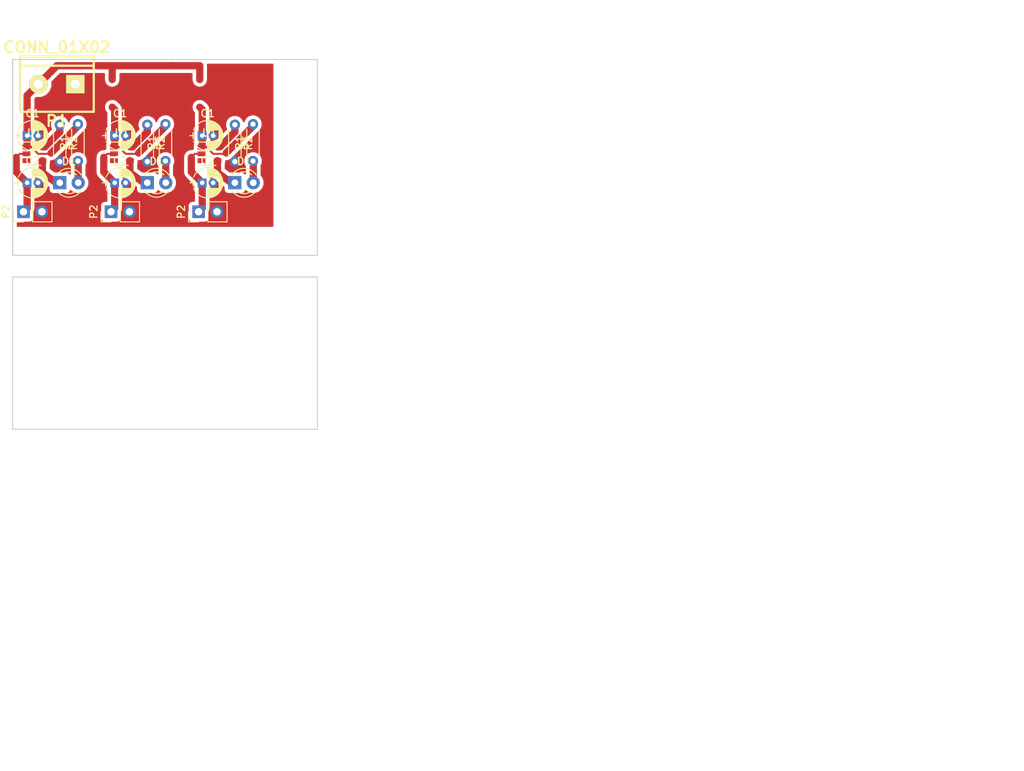
<source format=kicad_pcb>
(kicad_pcb (version 4) (host pcbnew 4.0.5-e0-6337~49~ubuntu16.04.1)
  (layers (0 F.Cu signal) (31 B.Cu signal) (34 B.Paste user) (35 F.Paste user) (36 B.SilkS user) (37 F.SilkS user) (38 B.Mask user) (39 F.Mask user) (44 Edge.Cuts user))
  (net 0 "")
  (net 1 +5V)
  (net 2 GND)
  (net 3 "Net-(C2-Pad1)")
  (net 4 "Net-(D1-Pad1)")
  (net 5 "Net-(R2-Pad1)")
  (net 6 "Net-(D1-Pad2)")
  (module Pin_Headers:Pin_Header_Straight_1x02_Pitch2.54mm (layer F.Cu) (at 97.63 43 90)
    (fp_text reference P2 (at 0 -2.39 90) (layer F.SilkS))
    (fp_text value CONN_01X02)
    (pad 1 thru_hole rect (at 0 0 90) (size 1.7 1.7) (drill 1) (layers *.Cu *.Mask) (net 3 "Net-(C2-Pad1)"))
    (pad 2 thru_hole oval (at 0 2.54 90) (size 1.7 1.7) (drill 1) (layers *.Cu *.Mask) (net 2 GND))
  )
  (module LEDs:LED_D3.0mm (layer F.Cu) (at 102.63 39)
    (fp_text reference D1 (at 1.27 -2.96) (layer F.SilkS))
    (fp_text value LED)
    (pad 1 thru_hole rect (at 0 0) (size 1.8 1.8) (drill 0.9) (layers *.Cu *.Mask) (net 4 "Net-(D1-Pad1)"))
    (pad 2 thru_hole circle (at 2.54 0) (size 1.8 1.8) (drill 0.9) (layers *.Cu *.Mask) (net 6 "Net-(D1-Pad2)"))
  )
  (module Resistors_ThroughHole:R_Axial_DIN0204_L3.6mm_D1.6mm_P5.08mm_Horizontal (layer F.Cu) (at 102.63 31 270)
    (fp_text reference R2 (at 2.54 -1.86 270) (layer F.SilkS))
    (fp_text value 10k)
    (pad 1 thru_hole circle (at 0 0 270) (size 1.4 1.4) (drill 0.7) (layers *.Cu *.Mask) (net 5 "Net-(R2-Pad1)"))
    (pad 2 thru_hole oval (at 5.08 0 270) (size 1.4 1.4) (drill 0.7) (layers *.Cu *.Mask) (net 2 GND))
  )
  (module Resistors_ThroughHole:R_Axial_DIN0204_L3.6mm_D1.6mm_P5.08mm_Horizontal (layer F.Cu) (at 105.13 36 90)
    (fp_text reference R1 (at 2.54 -1.86 90) (layer F.SilkS))
    (fp_text value 220R)
    (pad 1 thru_hole circle (at 0 0 90) (size 1.4 1.4) (drill 0.7) (layers *.Cu *.Mask) (net 6 "Net-(D1-Pad2)"))
    (pad 2 thru_hole oval (at 5.08 0 90) (size 1.4 1.4) (drill 0.7) (layers *.Cu *.Mask) (net 1 +5V))
  )
  (module Capacitors_THT:CP_Radial_D4.0mm_P1.50mm (layer F.Cu) (at 98.13 39)
    (fp_text reference C2 (at 0.75 -3.06) (layer F.SilkS))
    (fp_text value 4.7uF)
    (pad 1 thru_hole rect (at 0 0) (size 1.2 1.2) (drill 0.6) (layers *.Cu *.Mask) (net 3 "Net-(C2-Pad1)"))
    (pad 2 thru_hole circle (at 1.5 0) (size 1.2 1.2) (drill 0.6) (layers *.Cu *.Mask) (net 2 GND))
  )
  (module Capacitors_THT:CP_Radial_D4.0mm_P1.50mm (layer F.Cu) (at 98.13 32.5)
    (fp_text reference C1 (at 0.75 -3.06) (layer F.SilkS))
    (fp_text value 4.7uF)
    (pad 1 thru_hole rect (at 0 0) (size 1.2 1.2) (drill 0.6) (layers *.Cu *.Mask) (net 1 +5V))
    (pad 2 thru_hole circle (at 1.5 0) (size 1.2 1.2) (drill 0.6) (layers *.Cu *.Mask) (net 2 GND))
  )
  (module TO_SOT_Packages_SMD:SOT-23-5 (layer F.Cu) (at 99.13 35)
    (fp_text reference U1 (at 0 -2.9) (layer F.SilkS))
    (fp_text value MCP73831)
    (pad 1 smd rect (at -1.1 -0.95) (size 1.06 0.65) (layers F.Cu F.Paste F.Mask) (net 1 +5V))
    (pad 2 smd rect (at -1.1 0) (size 1.06 0.65) (layers F.Cu F.Paste F.Mask) (net 3 "Net-(C2-Pad1)"))
    (pad 3 smd rect (at -1.1 0.95) (size 1.06 0.65) (layers F.Cu F.Paste F.Mask) (net 2 GND))
    (pad 4 smd rect (at 1.1 0.95) (size 1.06 0.65) (layers F.Cu F.Paste F.Mask) (net 4 "Net-(D1-Pad1)"))
    (pad 5 smd rect (at 1.1 -0.95) (size 1.06 0.65) (layers F.Cu F.Paste F.Mask) (net 5 "Net-(R2-Pad1)"))
  )
  (module TO_SOT_Packages_SMD:SOT-23-5 (layer F.Cu) (at 99.13 35)
    (fp_text reference U1 (at 0 -2.9) (layer F.SilkS))
    (fp_text value MCP73831)
    (pad 1 smd rect (at -1.1 -0.95) (size 1.06 0.65) (layers F.Cu F.Paste F.Mask) (net 1 +5V))
    (pad 2 smd rect (at -1.1 0) (size 1.06 0.65) (layers F.Cu F.Paste F.Mask) (net 3 "Net-(C2-Pad1)"))
    (pad 3 smd rect (at -1.1 0.95) (size 1.06 0.65) (layers F.Cu F.Paste F.Mask) (net 2 GND))
    (pad 4 smd rect (at 1.1 0.95) (size 1.06 0.65) (layers F.Cu F.Paste F.Mask) (net 4 "Net-(D1-Pad1)"))
    (pad 5 smd rect (at 1.1 -0.95) (size 1.06 0.65) (layers F.Cu F.Paste F.Mask) (net 5 "Net-(R2-Pad1)"))
  )
  (module Capacitors_THT:CP_Radial_D4.0mm_P1.50mm (layer F.Cu) (at 98.13 32.5)
    (fp_text reference C1 (at 0.75 -3.06) (layer F.SilkS))
    (fp_text value 4.7uF)
    (pad 1 thru_hole rect (at 0 0) (size 1.2 1.2) (drill 0.6) (layers *.Cu *.Mask) (net 1 +5V))
    (pad 2 thru_hole circle (at 1.5 0) (size 1.2 1.2) (drill 0.6) (layers *.Cu *.Mask) (net 2 GND))
  )
  (module Capacitors_THT:CP_Radial_D4.0mm_P1.50mm (layer F.Cu) (at 98.13 39)
    (fp_text reference C2 (at 0.75 -3.06) (layer F.SilkS))
    (fp_text value 4.7uF)
    (pad 1 thru_hole rect (at 0 0) (size 1.2 1.2) (drill 0.6) (layers *.Cu *.Mask) (net 3 "Net-(C2-Pad1)"))
    (pad 2 thru_hole circle (at 1.5 0) (size 1.2 1.2) (drill 0.6) (layers *.Cu *.Mask) (net 2 GND))
  )
  (module Resistors_ThroughHole:R_Axial_DIN0204_L3.6mm_D1.6mm_P5.08mm_Horizontal (layer F.Cu) (at 105.13 36 90)
    (fp_text reference R1 (at 2.54 -1.86 90) (layer F.SilkS))
    (fp_text value 220R)
    (pad 1 thru_hole circle (at 0 0 90) (size 1.4 1.4) (drill 0.7) (layers *.Cu *.Mask) (net 6 "Net-(D1-Pad2)"))
    (pad 2 thru_hole oval (at 5.08 0 90) (size 1.4 1.4) (drill 0.7) (layers *.Cu *.Mask) (net 1 +5V))
  )
  (module Resistors_ThroughHole:R_Axial_DIN0204_L3.6mm_D1.6mm_P5.08mm_Horizontal (layer F.Cu) (at 102.63 31 270)
    (fp_text reference R2 (at 2.54 -1.86 270) (layer F.SilkS))
    (fp_text value 10k)
    (pad 1 thru_hole circle (at 0 0 270) (size 1.4 1.4) (drill 0.7) (layers *.Cu *.Mask) (net 5 "Net-(R2-Pad1)"))
    (pad 2 thru_hole oval (at 5.08 0 270) (size 1.4 1.4) (drill 0.7) (layers *.Cu *.Mask) (net 2 GND))
  )
  (module LEDs:LED_D3.0mm (layer F.Cu) (at 102.63 39)
    (fp_text reference D1 (at 1.27 -2.96) (layer F.SilkS))
    (fp_text value LED)
    (pad 1 thru_hole rect (at 0 0) (size 1.8 1.8) (drill 0.9) (layers *.Cu *.Mask) (net 4 "Net-(D1-Pad1)"))
    (pad 2 thru_hole circle (at 2.54 0) (size 1.8 1.8) (drill 0.9) (layers *.Cu *.Mask) (net 6 "Net-(D1-Pad2)"))
  )
  (module Pin_Headers:Pin_Header_Straight_1x02_Pitch2.54mm (layer F.Cu) (at 97.63 43 90)
    (fp_text reference P2 (at 0 -2.39 90) (layer F.SilkS))
    (fp_text value CONN_01X02)
    (pad 1 thru_hole rect (at 0 0 90) (size 1.7 1.7) (drill 1) (layers *.Cu *.Mask) (net 3 "Net-(C2-Pad1)"))
    (pad 2 thru_hole oval (at 0 2.54 90) (size 1.7 1.7) (drill 1) (layers *.Cu *.Mask) (net 2 GND))
  )
  (module Pin_Headers:Pin_Header_Straight_1x02_Pitch2.54mm (layer F.Cu) (at 85.565 43 90)
    (fp_text reference P2 (at 0 -2.39 90) (layer F.SilkS))
    (fp_text value CONN_01X02)
    (pad 1 thru_hole rect (at 0 0 90) (size 1.7 1.7) (drill 1) (layers *.Cu *.Mask) (net 3 "Net-(C2-Pad1)"))
    (pad 2 thru_hole oval (at 0 2.54 90) (size 1.7 1.7) (drill 1) (layers *.Cu *.Mask) (net 2 GND))
  )
  (module LEDs:LED_D3.0mm (layer F.Cu) (at 90.565 39)
    (fp_text reference D1 (at 1.27 -2.96) (layer F.SilkS))
    (fp_text value LED)
    (pad 1 thru_hole rect (at 0 0) (size 1.8 1.8) (drill 0.9) (layers *.Cu *.Mask) (net 4 "Net-(D1-Pad1)"))
    (pad 2 thru_hole circle (at 2.54 0) (size 1.8 1.8) (drill 0.9) (layers *.Cu *.Mask) (net 6 "Net-(D1-Pad2)"))
  )
  (module Resistors_ThroughHole:R_Axial_DIN0204_L3.6mm_D1.6mm_P5.08mm_Horizontal (layer F.Cu) (at 90.565 31 270)
    (fp_text reference R2 (at 2.54 -1.86 270) (layer F.SilkS))
    (fp_text value 10k)
    (pad 1 thru_hole circle (at 0 0 270) (size 1.4 1.4) (drill 0.7) (layers *.Cu *.Mask) (net 5 "Net-(R2-Pad1)"))
    (pad 2 thru_hole oval (at 5.08 0 270) (size 1.4 1.4) (drill 0.7) (layers *.Cu *.Mask) (net 2 GND))
  )
  (module Resistors_ThroughHole:R_Axial_DIN0204_L3.6mm_D1.6mm_P5.08mm_Horizontal (layer F.Cu) (at 93.065 36 90)
    (fp_text reference R1 (at 2.54 -1.86 90) (layer F.SilkS))
    (fp_text value 220R)
    (pad 1 thru_hole circle (at 0 0 90) (size 1.4 1.4) (drill 0.7) (layers *.Cu *.Mask) (net 6 "Net-(D1-Pad2)"))
    (pad 2 thru_hole oval (at 5.08 0 90) (size 1.4 1.4) (drill 0.7) (layers *.Cu *.Mask) (net 1 +5V))
  )
  (module Capacitors_THT:CP_Radial_D4.0mm_P1.50mm (layer F.Cu) (at 86.065 39)
    (fp_text reference C2 (at 0.75 -3.06) (layer F.SilkS))
    (fp_text value 4.7uF)
    (pad 1 thru_hole rect (at 0 0) (size 1.2 1.2) (drill 0.6) (layers *.Cu *.Mask) (net 3 "Net-(C2-Pad1)"))
    (pad 2 thru_hole circle (at 1.5 0) (size 1.2 1.2) (drill 0.6) (layers *.Cu *.Mask) (net 2 GND))
  )
  (module Capacitors_THT:CP_Radial_D4.0mm_P1.50mm (layer F.Cu) (at 86.065 32.5)
    (fp_text reference C1 (at 0.75 -3.06) (layer F.SilkS))
    (fp_text value 4.7uF)
    (pad 1 thru_hole rect (at 0 0) (size 1.2 1.2) (drill 0.6) (layers *.Cu *.Mask) (net 1 +5V))
    (pad 2 thru_hole circle (at 1.5 0) (size 1.2 1.2) (drill 0.6) (layers *.Cu *.Mask) (net 2 GND))
  )
  (module TO_SOT_Packages_SMD:SOT-23-5 (layer F.Cu) (at 87.065 35)
    (fp_text reference U1 (at 0 -2.9) (layer F.SilkS))
    (fp_text value MCP73831)
    (pad 1 smd rect (at -1.1 -0.95) (size 1.06 0.65) (layers F.Cu F.Paste F.Mask) (net 1 +5V))
    (pad 2 smd rect (at -1.1 0) (size 1.06 0.65) (layers F.Cu F.Paste F.Mask) (net 3 "Net-(C2-Pad1)"))
    (pad 3 smd rect (at -1.1 0.95) (size 1.06 0.65) (layers F.Cu F.Paste F.Mask) (net 2 GND))
    (pad 4 smd rect (at 1.1 0.95) (size 1.06 0.65) (layers F.Cu F.Paste F.Mask) (net 4 "Net-(D1-Pad1)"))
    (pad 5 smd rect (at 1.1 -0.95) (size 1.06 0.65) (layers F.Cu F.Paste F.Mask) (net 5 "Net-(R2-Pad1)"))
  )
  (module TO_SOT_Packages_SMD:SOT-23-5 (layer F.Cu) (at 87.065 35)
    (fp_text reference U1 (at 0 -2.9) (layer F.SilkS))
    (fp_text value MCP73831)
    (pad 1 smd rect (at -1.1 -0.95) (size 1.06 0.65) (layers F.Cu F.Paste F.Mask) (net 1 +5V))
    (pad 2 smd rect (at -1.1 0) (size 1.06 0.65) (layers F.Cu F.Paste F.Mask) (net 3 "Net-(C2-Pad1)"))
    (pad 3 smd rect (at -1.1 0.95) (size 1.06 0.65) (layers F.Cu F.Paste F.Mask) (net 2 GND))
    (pad 4 smd rect (at 1.1 0.95) (size 1.06 0.65) (layers F.Cu F.Paste F.Mask) (net 4 "Net-(D1-Pad1)"))
    (pad 5 smd rect (at 1.1 -0.95) (size 1.06 0.65) (layers F.Cu F.Paste F.Mask) (net 5 "Net-(R2-Pad1)"))
  )
  (module Capacitors_THT:CP_Radial_D4.0mm_P1.50mm (layer F.Cu) (at 86.065 32.5)
    (fp_text reference C1 (at 0.75 -3.06) (layer F.SilkS))
    (fp_text value 4.7uF)
    (pad 1 thru_hole rect (at 0 0) (size 1.2 1.2) (drill 0.6) (layers *.Cu *.Mask) (net 1 +5V))
    (pad 2 thru_hole circle (at 1.5 0) (size 1.2 1.2) (drill 0.6) (layers *.Cu *.Mask) (net 2 GND))
  )
  (module Capacitors_THT:CP_Radial_D4.0mm_P1.50mm (layer F.Cu) (at 86.065 39)
    (fp_text reference C2 (at 0.75 -3.06) (layer F.SilkS))
    (fp_text value 4.7uF)
    (pad 1 thru_hole rect (at 0 0) (size 1.2 1.2) (drill 0.6) (layers *.Cu *.Mask) (net 3 "Net-(C2-Pad1)"))
    (pad 2 thru_hole circle (at 1.5 0) (size 1.2 1.2) (drill 0.6) (layers *.Cu *.Mask) (net 2 GND))
  )
  (module Resistors_ThroughHole:R_Axial_DIN0204_L3.6mm_D1.6mm_P5.08mm_Horizontal (layer F.Cu) (at 93.065 36 90)
    (fp_text reference R1 (at 2.54 -1.86 90) (layer F.SilkS))
    (fp_text value 220R)
    (pad 1 thru_hole circle (at 0 0 90) (size 1.4 1.4) (drill 0.7) (layers *.Cu *.Mask) (net 6 "Net-(D1-Pad2)"))
    (pad 2 thru_hole oval (at 5.08 0 90) (size 1.4 1.4) (drill 0.7) (layers *.Cu *.Mask) (net 1 +5V))
  )
  (module Resistors_ThroughHole:R_Axial_DIN0204_L3.6mm_D1.6mm_P5.08mm_Horizontal (layer F.Cu) (at 90.565 31 270)
    (fp_text reference R2 (at 2.54 -1.86 270) (layer F.SilkS))
    (fp_text value 10k)
    (pad 1 thru_hole circle (at 0 0 270) (size 1.4 1.4) (drill 0.7) (layers *.Cu *.Mask) (net 5 "Net-(R2-Pad1)"))
    (pad 2 thru_hole oval (at 5.08 0 270) (size 1.4 1.4) (drill 0.7) (layers *.Cu *.Mask) (net 2 GND))
  )
  (module LEDs:LED_D3.0mm (layer F.Cu) (at 90.565 39)
    (fp_text reference D1 (at 1.27 -2.96) (layer F.SilkS))
    (fp_text value LED)
    (pad 1 thru_hole rect (at 0 0) (size 1.8 1.8) (drill 0.9) (layers *.Cu *.Mask) (net 4 "Net-(D1-Pad1)"))
    (pad 2 thru_hole circle (at 2.54 0) (size 1.8 1.8) (drill 0.9) (layers *.Cu *.Mask) (net 6 "Net-(D1-Pad2)"))
  )
  (module Pin_Headers:Pin_Header_Straight_1x02_Pitch2.54mm (layer F.Cu) (at 85.565 43 90)
    (fp_text reference P2 (at 0 -2.39 90) (layer F.SilkS))
    (fp_text value CONN_01X02)
    (pad 1 thru_hole rect (at 0 0 90) (size 1.7 1.7) (drill 1) (layers *.Cu *.Mask) (net 3 "Net-(C2-Pad1)"))
    (pad 2 thru_hole oval (at 0 2.54 90) (size 1.7 1.7) (drill 1) (layers *.Cu *.Mask) (net 2 GND))
  )
  (module Pin_Headers:Pin_Header_Straight_1x02_Pitch2.54mm (layer F.Cu) (at 73.5 43 90)
    (fp_text reference P2 (at 0 -2.39 90) (layer F.SilkS))
    (fp_text value CONN_01X02)
    (pad 1 thru_hole rect (at 0 0 90) (size 1.7 1.7) (drill 1) (layers *.Cu *.Mask) (net 3 "Net-(C2-Pad1)"))
    (pad 2 thru_hole oval (at 0 2.54 90) (size 1.7 1.7) (drill 1) (layers *.Cu *.Mask) (net 2 GND))
  )
  (module LEDs:LED_D3.0mm (layer F.Cu) (at 78.5 39)
    (fp_text reference D1 (at 1.27 -2.96) (layer F.SilkS))
    (fp_text value LED)
    (pad 1 thru_hole rect (at 0 0) (size 1.8 1.8) (drill 0.9) (layers *.Cu *.Mask) (net 4 "Net-(D1-Pad1)"))
    (pad 2 thru_hole circle (at 2.54 0) (size 1.8 1.8) (drill 0.9) (layers *.Cu *.Mask) (net 6 "Net-(D1-Pad2)"))
  )
  (module Resistors_ThroughHole:R_Axial_DIN0204_L3.6mm_D1.6mm_P5.08mm_Horizontal (layer F.Cu) (at 78.5 31 270)
    (fp_text reference R2 (at 2.54 -1.86 270) (layer F.SilkS))
    (fp_text value 10k)
    (pad 1 thru_hole circle (at 0 0 270) (size 1.4 1.4) (drill 0.7) (layers *.Cu *.Mask) (net 5 "Net-(R2-Pad1)"))
    (pad 2 thru_hole oval (at 5.08 0 270) (size 1.4 1.4) (drill 0.7) (layers *.Cu *.Mask) (net 2 GND))
  )
  (module Resistors_ThroughHole:R_Axial_DIN0204_L3.6mm_D1.6mm_P5.08mm_Horizontal (layer F.Cu) (at 81 36 90)
    (fp_text reference R1 (at 2.54 -1.86 90) (layer F.SilkS))
    (fp_text value 220R)
    (pad 1 thru_hole circle (at 0 0 90) (size 1.4 1.4) (drill 0.7) (layers *.Cu *.Mask) (net 6 "Net-(D1-Pad2)"))
    (pad 2 thru_hole oval (at 5.08 0 90) (size 1.4 1.4) (drill 0.7) (layers *.Cu *.Mask) (net 1 +5V))
  )
  (module Capacitors_THT:CP_Radial_D4.0mm_P1.50mm (layer F.Cu) (at 74 39)
    (fp_text reference C2 (at 0.75 -3.06) (layer F.SilkS))
    (fp_text value 4.7uF)
    (pad 1 thru_hole rect (at 0 0) (size 1.2 1.2) (drill 0.6) (layers *.Cu *.Mask) (net 3 "Net-(C2-Pad1)"))
    (pad 2 thru_hole circle (at 1.5 0) (size 1.2 1.2) (drill 0.6) (layers *.Cu *.Mask) (net 2 GND))
  )
  (module Capacitors_THT:CP_Radial_D4.0mm_P1.50mm (layer F.Cu) (at 74 32.5)
    (fp_text reference C1 (at 0.75 -3.06) (layer F.SilkS))
    (fp_text value 4.7uF)
    (pad 1 thru_hole rect (at 0 0) (size 1.2 1.2) (drill 0.6) (layers *.Cu *.Mask) (net 1 +5V))
    (pad 2 thru_hole circle (at 1.5 0) (size 1.2 1.2) (drill 0.6) (layers *.Cu *.Mask) (net 2 GND))
  )
  (module TO_SOT_Packages_SMD:SOT-23-5 (layer F.Cu) (at 75 35)
    (fp_text reference U1 (at 0 -2.9) (layer F.SilkS))
    (fp_text value MCP73831)
    (pad 1 smd rect (at -1.1 -0.95) (size 1.06 0.65) (layers F.Cu F.Paste F.Mask) (net 1 +5V))
    (pad 2 smd rect (at -1.1 0) (size 1.06 0.65) (layers F.Cu F.Paste F.Mask) (net 3 "Net-(C2-Pad1)"))
    (pad 3 smd rect (at -1.1 0.95) (size 1.06 0.65) (layers F.Cu F.Paste F.Mask) (net 2 GND))
    (pad 4 smd rect (at 1.1 0.95) (size 1.06 0.65) (layers F.Cu F.Paste F.Mask) (net 4 "Net-(D1-Pad1)"))
    (pad 5 smd rect (at 1.1 -0.95) (size 1.06 0.65) (layers F.Cu F.Paste F.Mask) (net 5 "Net-(R2-Pad1)"))
  )
  (module TO_SOT_Packages_SMD:SOT-23-5 (layer F.Cu) (at 75 35)
    (fp_text reference U1 (at 0 -2.9) (layer F.SilkS))
    (fp_text value MCP73831)
    (pad 1 smd rect (at -1.1 -0.95) (size 1.06 0.65) (layers F.Cu F.Paste F.Mask) (net 1 +5V))
    (pad 2 smd rect (at -1.1 0) (size 1.06 0.65) (layers F.Cu F.Paste F.Mask) (net 3 "Net-(C2-Pad1)"))
    (pad 3 smd rect (at -1.1 0.95) (size 1.06 0.65) (layers F.Cu F.Paste F.Mask) (net 2 GND))
    (pad 4 smd rect (at 1.1 0.95) (size 1.06 0.65) (layers F.Cu F.Paste F.Mask) (net 4 "Net-(D1-Pad1)"))
    (pad 5 smd rect (at 1.1 -0.95) (size 1.06 0.65) (layers F.Cu F.Paste F.Mask) (net 5 "Net-(R2-Pad1)"))
  )
  (module Capacitors_THT:CP_Radial_D4.0mm_P1.50mm (layer F.Cu) (at 74 32.5)
    (fp_text reference C1 (at 0.75 -3.06) (layer F.SilkS))
    (fp_text value 4.7uF)
    (pad 1 thru_hole rect (at 0 0) (size 1.2 1.2) (drill 0.6) (layers *.Cu *.Mask) (net 1 +5V))
    (pad 2 thru_hole circle (at 1.5 0) (size 1.2 1.2) (drill 0.6) (layers *.Cu *.Mask) (net 2 GND))
  )
  (module Capacitors_THT:CP_Radial_D4.0mm_P1.50mm (layer F.Cu) (at 74 39)
    (fp_text reference C2 (at 0.75 -3.06) (layer F.SilkS))
    (fp_text value 4.7uF)
    (pad 1 thru_hole rect (at 0 0) (size 1.2 1.2) (drill 0.6) (layers *.Cu *.Mask) (net 3 "Net-(C2-Pad1)"))
    (pad 2 thru_hole circle (at 1.5 0) (size 1.2 1.2) (drill 0.6) (layers *.Cu *.Mask) (net 2 GND))
  )
  (module borniers:bornier2_V (layer F.Cu) (at 78.105 25.4 180)
    (fp_text reference P1 (at 0 -5.08 180) (layer F.SilkS) (effects (font (thickness 0.3048))))
    (fp_text value CONN_01X02 (at 0 5.08 180) (layer F.SilkS) (effects (font (thickness 0.3048))))
    (pad 1 thru_hole rect (at -2.54 0 180) (size 2.54 2.54) (drill 1.22428) (layers *.Cu *.Mask F.SilkS) (net 2 GND))
    (pad 2 thru_hole circle (at 2.54 0 180) (size 2.54 2.54) (drill 1.22428) (layers *.Cu *.Mask F.SilkS) (net 1 +5V))
  )
  (module Resistors_ThroughHole:R_Axial_DIN0204_L3.6mm_D1.6mm_P5.08mm_Horizontal (layer F.Cu) (at 81 36 90)
    (fp_text reference R1 (at 2.54 -1.86 90) (layer F.SilkS))
    (fp_text value 220R)
    (pad 1 thru_hole circle (at 0 0 90) (size 1.4 1.4) (drill 0.7) (layers *.Cu *.Mask) (net 6 "Net-(D1-Pad2)"))
    (pad 2 thru_hole oval (at 5.08 0 90) (size 1.4 1.4) (drill 0.7) (layers *.Cu *.Mask) (net 1 +5V))
  )
  (module Resistors_ThroughHole:R_Axial_DIN0204_L3.6mm_D1.6mm_P5.08mm_Horizontal (layer F.Cu) (at 78.5 31 270)
    (fp_text reference R2 (at 2.54 -1.86 270) (layer F.SilkS))
    (fp_text value 10k)
    (pad 1 thru_hole circle (at 0 0 270) (size 1.4 1.4) (drill 0.7) (layers *.Cu *.Mask) (net 5 "Net-(R2-Pad1)"))
    (pad 2 thru_hole oval (at 5.08 0 270) (size 1.4 1.4) (drill 0.7) (layers *.Cu *.Mask) (net 2 GND))
  )
  (module LEDs:LED_D3.0mm (layer F.Cu) (at 78.5 39)
    (fp_text reference D1 (at 1.27 -2.96) (layer F.SilkS))
    (fp_text value LED)
    (pad 1 thru_hole rect (at 0 0) (size 1.8 1.8) (drill 0.9) (layers *.Cu *.Mask) (net 4 "Net-(D1-Pad1)"))
    (pad 2 thru_hole circle (at 2.54 0) (size 1.8 1.8) (drill 0.9) (layers *.Cu *.Mask) (net 6 "Net-(D1-Pad2)"))
  )
  (module Pin_Headers:Pin_Header_Straight_1x02_Pitch2.54mm (layer F.Cu) (at 73.5 43 90)
    (fp_text reference P2 (at 0 -2.39 90) (layer F.SilkS))
    (fp_text value CONN_01X02)
    (pad 1 thru_hole rect (at 0 0 90) (size 1.7 1.7) (drill 1) (layers *.Cu *.Mask) (net 3 "Net-(C2-Pad1)"))
    (pad 2 thru_hole oval (at 0 2.54 90) (size 1.7 1.7) (drill 1) (layers *.Cu *.Mask) (net 2 GND))
  )
  (gr_line (start 72 49) (end 72 22) (angle 90) (layer Edge.Cuts) (width 0.15))
  (gr_line (start 72 52) (end 72 73) (angle 90) (layer Edge.Cuts) (width 0.15))
  (gr_line (start 114 52) (end 72 52) (angle 90) (layer Edge.Cuts) (width 0.15))
  (gr_line (start 114 73) (end 72 73) (angle 90) (layer Edge.Cuts) (width 0.15))
  (gr_line (start 114 52) (end 114 73) (angle 90) (layer Edge.Cuts) (width 0.15))
  (gr_line (start 72 49) (end 72 22) (angle 90) (layer Edge.Cuts) (width 0.15))
  (gr_line (start 114 49) (end 72 49) (angle 90) (layer Edge.Cuts) (width 0.15))
  (gr_line (start 114 22) (end 114 49) (angle 90) (layer Edge.Cuts) (width 0.15))
  (gr_line (start 72 22) (end 114 22) (angle 90) (layer Edge.Cuts) (width 0.15))
  (segment (start 97.79 22.86) (end 97.79 24.765) (width 1) (layer F.Cu) (net 1))
  (segment (start 85.725 22.86) (end 85.725 24.765) (width 1) (layer F.Cu) (net 1))
  (segment (start 86.065 32.5) (end 86.065 28.915) (width 1) (layer F.Cu) (net 1))
  (segment (start 86.065 28.915) (end 85.725 28.575) (width 1) (layer F.Cu) (net 1))
  (segment (start 98.13 32.5) (end 98.13 28.915) (width 1) (layer F.Cu) (net 1))
  (segment (start 98.13 28.915) (end 97.79 28.575) (width 1) (layer F.Cu) (net 1))
  (segment (start 98.68 34.05) (end 99.63 35) (width 0.25) (layer F.Cu) (net 1))
  (segment (start 99.63 35) (end 101.05 35) (width 0.25) (layer F.Cu) (net 1))
  (segment (start 101.05 35) (end 105.13 30.92) (width 0.25) (layer F.Cu) (net 1))
  (segment (start 98.03 34.05) (end 98.68 34.05) (width 0.25) (layer F.Cu) (net 1))
  (segment (start 98.03 32.6) (end 98.13 32.5) (width 0.25) (layer F.Cu) (net 1))
  (segment (start 98.03 34.05) (end 98.03 32.6) (width 0.25) (layer F.Cu) (net 1))
  (segment (start 98.03 34.05) (end 98.03 32.6) (width 0.25) (layer F.Cu) (net 1))
  (segment (start 98.03 32.6) (end 98.13 32.5) (width 0.25) (layer F.Cu) (net 1))
  (segment (start 98.03 34.05) (end 98.68 34.05) (width 0.25) (layer F.Cu) (net 1))
  (segment (start 102.59 33.46) (end 105.13 30.92) (width 0.25) (layer F.Cu) (net 1))
  (segment (start 101.05 35) (end 102.59 33.46) (width 0.25) (layer F.Cu) (net 1))
  (segment (start 99.63 35) (end 101.05 35) (width 0.25) (layer F.Cu) (net 1))
  (segment (start 98.68 34.05) (end 99.63 35) (width 0.25) (layer F.Cu) (net 1))
  (segment (start 105.13 31.19706) (end 101.42853 34.89853) (width 1) (layer F.Cu) (net 1))
  (segment (start 105.13 30.92) (end 105.13 31.19706) (width 1) (layer F.Cu) (net 1))
  (segment (start 98.13 33.95) (end 98.03 34.05) (width 1) (layer F.Cu) (net 1))
  (segment (start 98.13 32.5) (end 98.13 33.95) (width 1) (layer F.Cu) (net 1))
  (segment (start 86.615 34.05) (end 87.565 35) (width 0.25) (layer F.Cu) (net 1))
  (segment (start 87.565 35) (end 88.985 35) (width 0.25) (layer F.Cu) (net 1))
  (segment (start 88.985 35) (end 93.065 30.92) (width 0.25) (layer F.Cu) (net 1))
  (segment (start 85.965 34.05) (end 86.615 34.05) (width 0.25) (layer F.Cu) (net 1))
  (segment (start 85.965 32.6) (end 86.065 32.5) (width 0.25) (layer F.Cu) (net 1))
  (segment (start 85.965 34.05) (end 85.965 32.6) (width 0.25) (layer F.Cu) (net 1))
  (segment (start 85.965 34.05) (end 85.965 32.6) (width 0.25) (layer F.Cu) (net 1))
  (segment (start 85.965 32.6) (end 86.065 32.5) (width 0.25) (layer F.Cu) (net 1))
  (segment (start 85.965 34.05) (end 86.615 34.05) (width 0.25) (layer F.Cu) (net 1))
  (segment (start 90.525 33.46) (end 93.065 30.92) (width 0.25) (layer F.Cu) (net 1))
  (segment (start 88.985 35) (end 90.525 33.46) (width 0.25) (layer F.Cu) (net 1))
  (segment (start 87.565 35) (end 88.985 35) (width 0.25) (layer F.Cu) (net 1))
  (segment (start 86.615 34.05) (end 87.565 35) (width 0.25) (layer F.Cu) (net 1))
  (segment (start 93.065 31.19706) (end 89.36353 34.89853) (width 1) (layer F.Cu) (net 1))
  (segment (start 93.065 30.92) (end 93.065 31.19706) (width 1) (layer F.Cu) (net 1))
  (segment (start 86.065 33.95) (end 85.965 34.05) (width 1) (layer F.Cu) (net 1))
  (segment (start 86.065 32.5) (end 86.065 33.95) (width 1) (layer F.Cu) (net 1))
  (segment (start 74 32.5) (end 74 33.95) (width 1) (layer F.Cu) (net 1))
  (segment (start 74 33.95) (end 73.9 34.05) (width 1) (layer F.Cu) (net 1))
  (segment (start 81 30.92) (end 81 31.19706) (width 1) (layer F.Cu) (net 1))
  (segment (start 81 31.19706) (end 77.29853 34.89853) (width 1) (layer F.Cu) (net 1))
  (segment (start 74 32.5) (end 74 26.96) (width 1) (layer F.Cu) (net 1))
  (segment (start 74.55 34.05) (end 75.5 35) (width 0.25) (layer F.Cu) (net 1))
  (segment (start 75.5 35) (end 76.92 35) (width 0.25) (layer F.Cu) (net 1))
  (segment (start 76.92 35) (end 78.46 33.46) (width 0.25) (layer F.Cu) (net 1))
  (segment (start 78.46 33.46) (end 81 30.92) (width 0.25) (layer F.Cu) (net 1))
  (segment (start 73.9 34.05) (end 74.55 34.05) (width 0.25) (layer F.Cu) (net 1))
  (segment (start 73.9 32.6) (end 74 32.5) (width 0.25) (layer F.Cu) (net 1))
  (segment (start 73.9 34.05) (end 73.9 32.6) (width 0.25) (layer F.Cu) (net 1))
  (segment (start 73.9 34.05) (end 73.9 32.6) (width 0.25) (layer F.Cu) (net 1))
  (segment (start 73.9 32.6) (end 74 32.5) (width 0.25) (layer F.Cu) (net 1))
  (segment (start 74 32.5) (end 74 26.96) (width 0.25) (layer F.Cu) (net 1))
  (segment (start 73.9 34.05) (end 74.55 34.05) (width 0.25) (layer F.Cu) (net 1))
  (segment (start 76.92 35) (end 81 30.92) (width 0.25) (layer F.Cu) (net 1))
  (segment (start 75.5 35) (end 76.92 35) (width 0.25) (layer F.Cu) (net 1))
  (segment (start 74.55 34.05) (end 75.5 35) (width 0.25) (layer F.Cu) (net 1))
  (segment (start 97.79 22.86) (end 93.98 22.86) (width 1) (layer F.Cu) (net 1))
  (segment (start 74.96 26) (end 74.965 26) (width 1) (layer F.Cu) (net 1))
  (segment (start 74.965 26) (end 78.105 22.86) (width 1) (layer F.Cu) (net 1))
  (segment (start 78.105 22.86) (end 83.82 22.86) (width 1) (layer F.Cu) (net 1))
  (segment (start 83.82 22.86) (end 85.725 22.86) (width 1) (layer F.Cu) (net 1))
  (segment (start 85.725 22.86) (end 93.98 22.86) (width 1) (layer F.Cu) (net 1))
  (segment (start 74 26.96) (end 74.96 26) (width 1) (layer F.Cu) (net 1))
  (segment (start 74 26.96) (end 74.96 26) (width 0.25) (layer F.Cu) (net 1))
  (segment (start 74.96 26) (end 75 26) (width 0.25) (layer F.Cu) (net 1))
  (segment (start 85.065 35) (end 84.565 35.5) (width 0.25) (layer F.Cu) (net 3))
  (segment (start 84.565 35.5) (end 84.565 37.5) (width 0.25) (layer F.Cu) (net 3))
  (segment (start 84.565 35.5) (end 84.565 37.5) (width 1) (layer F.Cu) (net 3))
  (segment (start 85.065 35) (end 84.565 35.5) (width 0.25) (layer F.Cu) (net 3))
  (segment (start 97.13 35) (end 96.63 35.5) (width 0.25) (layer F.Cu) (net 3))
  (segment (start 96.63 35.5) (end 96.63 37.5) (width 0.25) (layer F.Cu) (net 3))
  (segment (start 96.63 37.5) (end 98.13 39) (width 0.25) (layer F.Cu) (net 3))
  (segment (start 98.03 35) (end 97.13 35) (width 0.25) (layer F.Cu) (net 3))
  (segment (start 98.13 42.5) (end 97.63 43) (width 0.25) (layer F.Cu) (net 3))
  (segment (start 98.13 42.5) (end 97.63 43) (width 0.25) (layer F.Cu) (net 3))
  (segment (start 98.03 35) (end 97.13 35) (width 0.25) (layer F.Cu) (net 3))
  (segment (start 96.63 37.5) (end 98.13 39) (width 1) (layer F.Cu) (net 3))
  (segment (start 96.63 35.5) (end 96.63 37.5) (width 1) (layer F.Cu) (net 3))
  (segment (start 97.13 35) (end 96.63 35.5) (width 0.25) (layer F.Cu) (net 3))
  (segment (start 98.13 42.5) (end 97.63 43) (width 1) (layer F.Cu) (net 3))
  (segment (start 98.13 39) (end 98.13 42.5) (width 1) (layer F.Cu) (net 3))
  (segment (start 84.565 37.5) (end 86.065 39) (width 0.25) (layer F.Cu) (net 3))
  (segment (start 85.965 35) (end 85.065 35) (width 0.25) (layer F.Cu) (net 3))
  (segment (start 86.065 42.5) (end 85.565 43) (width 0.25) (layer F.Cu) (net 3))
  (segment (start 86.065 42.5) (end 85.565 43) (width 0.25) (layer F.Cu) (net 3))
  (segment (start 85.965 35) (end 85.065 35) (width 0.25) (layer F.Cu) (net 3))
  (segment (start 84.565 37.5) (end 86.065 39) (width 1) (layer F.Cu) (net 3))
  (segment (start 86.065 42.5) (end 85.565 43) (width 1) (layer F.Cu) (net 3))
  (segment (start 86.065 39) (end 86.065 42.5) (width 1) (layer F.Cu) (net 3))
  (segment (start 74 39) (end 74 42.5) (width 1) (layer F.Cu) (net 3))
  (segment (start 74 42.5) (end 73.5 43) (width 1) (layer F.Cu) (net 3))
  (segment (start 73 35) (end 72.5 35.5) (width 0.25) (layer F.Cu) (net 3))
  (segment (start 72.5 35.5) (end 72.5 37.5) (width 1) (layer F.Cu) (net 3))
  (segment (start 72.5 37.5) (end 74 39) (width 1) (layer F.Cu) (net 3))
  (segment (start 73.9 35) (end 73 35) (width 0.25) (layer F.Cu) (net 3))
  (segment (start 74 42.5) (end 73.5 43) (width 0.25) (layer F.Cu) (net 3))
  (segment (start 74 42.5) (end 73.5 43) (width 0.25) (layer F.Cu) (net 3))
  (segment (start 73.9 35) (end 73 35) (width 0.25) (layer F.Cu) (net 3))
  (segment (start 72.5 37.5) (end 74 39) (width 0.25) (layer F.Cu) (net 3))
  (segment (start 72.5 35.5) (end 72.5 37.5) (width 0.25) (layer F.Cu) (net 3))
  (segment (start 73 35) (end 72.5 35.5) (width 0.25) (layer F.Cu) (net 3))
  (segment (start 100.23 37.6) (end 100.23 35.95) (width 0.25) (layer F.Cu) (net 4))
  (segment (start 102.13 39) (end 100.23 37.6) (width 0.25) (layer F.Cu) (net 4))
  (segment (start 102.63 39) (end 102.13 39) (width 0.25) (layer F.Cu) (net 4))
  (segment (start 102.63 39) (end 102.13 39) (width 0.25) (layer F.Cu) (net 4))
  (segment (start 102.13 39) (end 100.23 37.6) (width 1) (layer F.Cu) (net 4))
  (segment (start 100.23 37.6) (end 100.23 35.95) (width 1) (layer F.Cu) (net 4))
  (segment (start 88.165 37.6) (end 88.165 35.95) (width 0.25) (layer F.Cu) (net 4))
  (segment (start 90.065 39) (end 88.165 37.6) (width 0.25) (layer F.Cu) (net 4))
  (segment (start 90.565 39) (end 90.065 39) (width 0.25) (layer F.Cu) (net 4))
  (segment (start 90.565 39) (end 90.065 39) (width 0.25) (layer F.Cu) (net 4))
  (segment (start 90.065 39) (end 88.165 37.6) (width 1) (layer F.Cu) (net 4))
  (segment (start 88.165 37.6) (end 88.165 35.95) (width 1) (layer F.Cu) (net 4))
  (segment (start 76.1 37.6) (end 76.1 35.95) (width 1) (layer F.Cu) (net 4))
  (segment (start 78 39) (end 76.1 37.6) (width 1) (layer F.Cu) (net 4))
  (segment (start 78.5 39) (end 78 39) (width 0.25) (layer F.Cu) (net 4))
  (segment (start 78.5 39) (end 78 39) (width 0.25) (layer F.Cu) (net 4))
  (segment (start 78 39) (end 76.1 37.6) (width 0.25) (layer F.Cu) (net 4))
  (segment (start 76.1 37.6) (end 76.1 35.95) (width 0.25) (layer F.Cu) (net 4))
  (segment (start 100.23 34.1) (end 100.23 34.05) (width 0.25) (layer F.Cu) (net 5))
  (segment (start 102.63 31) (end 102.63 31.65) (width 0.25) (layer F.Cu) (net 5))
  (segment (start 102.63 31) (end 102.63 31.65) (width 0.25) (layer F.Cu) (net 5))
  (segment (start 100.23 34.1) (end 100.23 34.05) (width 0.25) (layer F.Cu) (net 5))
  (segment (start 102.63 32) (end 102.63 31) (width 1) (layer F.Cu) (net 5))
  (segment (start 100.58 34.05) (end 102.63 32) (width 1) (layer F.Cu) (net 5))
  (segment (start 100.23 34.05) (end 100.58 34.05) (width 1) (layer F.Cu) (net 5))
  (segment (start 88.165 34.1) (end 88.165 34.05) (width 0.25) (layer F.Cu) (net 5))
  (segment (start 90.565 31) (end 90.565 31.65) (width 0.25) (layer F.Cu) (net 5))
  (segment (start 90.565 31) (end 90.565 31.65) (width 0.25) (layer F.Cu) (net 5))
  (segment (start 88.165 34.1) (end 88.165 34.05) (width 0.25) (layer F.Cu) (net 5))
  (segment (start 90.565 32) (end 90.565 31) (width 1) (layer F.Cu) (net 5))
  (segment (start 88.515 34.05) (end 90.565 32) (width 1) (layer F.Cu) (net 5))
  (segment (start 88.165 34.05) (end 88.515 34.05) (width 1) (layer F.Cu) (net 5))
  (segment (start 76.1 34.05) (end 76.45 34.05) (width 1) (layer F.Cu) (net 5))
  (segment (start 76.45 34.05) (end 78.5 32) (width 1) (layer F.Cu) (net 5))
  (segment (start 78.5 32) (end 78.5 31) (width 1) (layer F.Cu) (net 5))
  (segment (start 76.1 34.1) (end 76.1 34.05) (width 0.25) (layer F.Cu) (net 5))
  (segment (start 78.5 31) (end 78.5 31.65) (width 0.25) (layer F.Cu) (net 5))
  (segment (start 78.5 31) (end 78.5 31.65) (width 0.25) (layer F.Cu) (net 5))
  (segment (start 76.1 34.1) (end 76.1 34.05) (width 0.25) (layer F.Cu) (net 5))
  (segment (start 81.04 39) (end 81.04 36.04) (width 1) (layer F.Cu) (net 6))
  (segment (start 81.04 36.04) (end 81 36) (width 1) (layer F.Cu) (net 6))
  (segment (start 81 38.96) (end 81.04 39) (width 0.25) (layer F.Cu) (net 6))
  (segment (start 81 36) (end 81 38.96) (width 0.25) (layer F.Cu) (net 6))
  (segment (start 81 36) (end 81 38.96) (width 0.25) (layer F.Cu) (net 6))
  (segment (start 81 38.96) (end 81.04 39) (width 0.25) (layer F.Cu) (net 6))
  (segment (start 105.13 38.96) (end 105.17 39) (width 0.25) (layer F.Cu) (net 6))
  (segment (start 105.13 36) (end 105.13 38.96) (width 0.25) (layer F.Cu) (net 6))
  (segment (start 105.13 36) (end 105.13 38.96) (width 0.25) (layer F.Cu) (net 6))
  (segment (start 105.13 38.96) (end 105.17 39) (width 0.25) (layer F.Cu) (net 6))
  (segment (start 105.17 36.04) (end 105.13 36) (width 1) (layer F.Cu) (net 6))
  (segment (start 105.17 39) (end 105.17 36.04) (width 1) (layer F.Cu) (net 6))
  (segment (start 93.065 38.96) (end 93.105 39) (width 0.25) (layer F.Cu) (net 6))
  (segment (start 93.065 36) (end 93.065 38.96) (width 0.25) (layer F.Cu) (net 6))
  (segment (start 93.065 36) (end 93.065 38.96) (width 0.25) (layer F.Cu) (net 6))
  (segment (start 93.065 38.96) (end 93.105 39) (width 0.25) (layer F.Cu) (net 6))
  (segment (start 93.105 36.04) (end 93.065 36) (width 1) (layer F.Cu) (net 6))
  (segment (start 93.105 39) (end 93.105 36.04) (width 1) (layer F.Cu) (net 6))
  (zone (net 2) (net_name GND) (layer F.Cu) (connect_pads yes (clearance 0.5)) (min_thickness 0.254) (fill yes (arc_segments 16) (thermal_gap 0.508) (thermal_bridge_width 0.508))
    (polygon (pts (xy 72.39 22.225) (xy 107.95 22.225) (xy 107.95 45.085) (xy 72.39 45.085)))
  )
)
</source>
